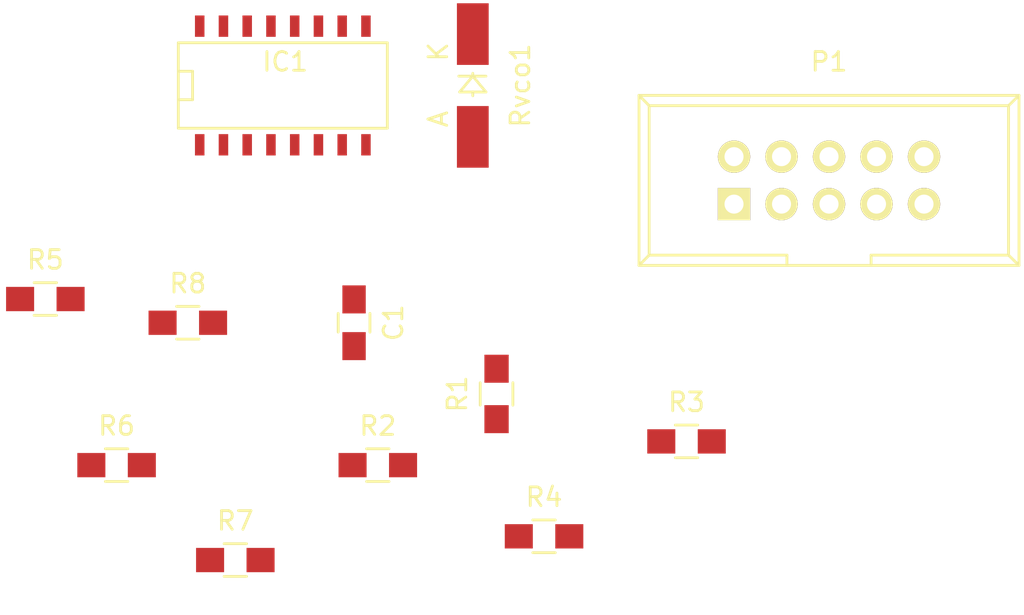
<source format=kicad_pcb>
(kicad_pcb (version 4) (host pcbnew 4.0.2+dfsg1-2~bpo8+1-stable)

  (general
    (links 23)
    (no_connects 23)
    (area 142.638099 92.855 180.825001 109.7886)
    (thickness 1.6)
    (drawings 0)
    (tracks 0)
    (zones 0)
    (modules 12)
    (nets 24)
  )

  (page A4)
  (layers
    (0 F.Cu signal)
    (31 B.Cu signal)
    (32 B.Adhes user)
    (33 F.Adhes user)
    (34 B.Paste user)
    (35 F.Paste user)
    (36 B.SilkS user)
    (37 F.SilkS user)
    (38 B.Mask user)
    (39 F.Mask user)
    (40 Dwgs.User user)
    (41 Cmts.User user)
    (42 Eco1.User user)
    (43 Eco2.User user)
    (44 Edge.Cuts user)
    (45 Margin user)
    (46 B.CrtYd user)
    (47 F.CrtYd user)
    (48 B.Fab user)
    (49 F.Fab user)
  )

  (setup
    (last_trace_width 0.25)
    (trace_clearance 0.2)
    (zone_clearance 0.508)
    (zone_45_only no)
    (trace_min 0.2)
    (segment_width 0.2)
    (edge_width 0.15)
    (via_size 0.6)
    (via_drill 0.4)
    (via_min_size 0.4)
    (via_min_drill 0.3)
    (uvia_size 0.3)
    (uvia_drill 0.1)
    (uvias_allowed no)
    (uvia_min_size 0.2)
    (uvia_min_drill 0.1)
    (pcb_text_width 0.3)
    (pcb_text_size 1.5 1.5)
    (mod_edge_width 0.15)
    (mod_text_size 1 1)
    (mod_text_width 0.15)
    (pad_size 1.524 1.524)
    (pad_drill 0.762)
    (pad_to_mask_clearance 0.2)
    (aux_axis_origin 0 0)
    (visible_elements FFFFFF7F)
    (pcbplotparams
      (layerselection 0x00030_80000001)
      (usegerberextensions false)
      (excludeedgelayer true)
      (linewidth 0.100000)
      (plotframeref false)
      (viasonmask false)
      (mode 1)
      (useauxorigin false)
      (hpglpennumber 1)
      (hpglpenspeed 20)
      (hpglpendiameter 15)
      (hpglpenoverlay 2)
      (psnegative false)
      (psa4output false)
      (plotreference true)
      (plotvalue true)
      (plotinvisibletext false)
      (padsonsilk false)
      (subtractmaskfromsilk false)
      (outputformat 1)
      (mirror false)
      (drillshape 1)
      (scaleselection 1)
      (outputdirectory ""))
  )

  (net 0 "")
  (net 1 +3V3)
  (net 2 GND)
  (net 3 "Net-(IC1-Pad14)")
  (net 4 "Net-(IC1-Pad13)")
  (net 5 "Net-(IC1-Pad12)")
  (net 6 "Net-(IC1-Pad11)")
  (net 7 "Net-(IC1-Pad10)")
  (net 8 "Net-(IC1-Pad9)")
  (net 9 CB)
  (net 10 CA)
  (net 11 OUT)
  (net 12 "Net-(IC1-Pad3)")
  (net 13 "Net-(IC1-Pad2)")
  (net 14 "Net-(IC1-Pad1)")
  (net 15 "Net-(IC1-Pad15)")
  (net 16 "Net-(P1-Pad1)")
  (net 17 "Net-(P1-Pad2)")
  (net 18 "Net-(P1-Pad3)")
  (net 19 "Net-(P1-Pad4)")
  (net 20 "Net-(P1-Pad5)")
  (net 21 "Net-(P1-Pad6)")
  (net 22 "Net-(P1-Pad7)")
  (net 23 "Net-(P1-Pad8)")

  (net_class Default "This is the default net class."
    (clearance 0.2)
    (trace_width 0.25)
    (via_dia 0.6)
    (via_drill 0.4)
    (uvia_dia 0.3)
    (uvia_drill 0.1)
    (add_net +3V3)
    (add_net CA)
    (add_net CB)
    (add_net GND)
    (add_net "Net-(IC1-Pad1)")
    (add_net "Net-(IC1-Pad10)")
    (add_net "Net-(IC1-Pad11)")
    (add_net "Net-(IC1-Pad12)")
    (add_net "Net-(IC1-Pad13)")
    (add_net "Net-(IC1-Pad14)")
    (add_net "Net-(IC1-Pad15)")
    (add_net "Net-(IC1-Pad2)")
    (add_net "Net-(IC1-Pad3)")
    (add_net "Net-(IC1-Pad9)")
    (add_net "Net-(P1-Pad1)")
    (add_net "Net-(P1-Pad2)")
    (add_net "Net-(P1-Pad3)")
    (add_net "Net-(P1-Pad4)")
    (add_net "Net-(P1-Pad5)")
    (add_net "Net-(P1-Pad6)")
    (add_net "Net-(P1-Pad7)")
    (add_net "Net-(P1-Pad8)")
    (add_net OUT)
  )

  (module Capacitors_SMD:C_0805_HandSoldering (layer F.Cu) (tedit 541A9B8D) (tstamp 57AA3345)
    (at 144.78 107.95 270)
    (descr "Capacitor SMD 0805, hand soldering")
    (tags "capacitor 0805")
    (path /57AA223A)
    (attr smd)
    (fp_text reference C1 (at 0 -2.1 270) (layer F.SilkS)
      (effects (font (size 1 1) (thickness 0.15)))
    )
    (fp_text value 100n (at 0 2.1 270) (layer F.Fab)
      (effects (font (size 1 1) (thickness 0.15)))
    )
    (fp_line (start -2.3 -1) (end 2.3 -1) (layer F.CrtYd) (width 0.05))
    (fp_line (start -2.3 1) (end 2.3 1) (layer F.CrtYd) (width 0.05))
    (fp_line (start -2.3 -1) (end -2.3 1) (layer F.CrtYd) (width 0.05))
    (fp_line (start 2.3 -1) (end 2.3 1) (layer F.CrtYd) (width 0.05))
    (fp_line (start 0.5 -0.85) (end -0.5 -0.85) (layer F.SilkS) (width 0.15))
    (fp_line (start -0.5 0.85) (end 0.5 0.85) (layer F.SilkS) (width 0.15))
    (pad 1 smd rect (at -1.25 0 270) (size 1.5 1.25) (layers F.Cu F.Paste F.Mask)
      (net 1 +3V3))
    (pad 2 smd rect (at 1.25 0 270) (size 1.5 1.25) (layers F.Cu F.Paste F.Mask)
      (net 2 GND))
    (model Capacitors_SMD.3dshapes/C_0805_HandSoldering.wrl
      (at (xyz 0 0 0))
      (scale (xyz 1 1 1))
      (rotate (xyz 0 0 0))
    )
  )

  (module SMD_Packages:SO-16-N (layer F.Cu) (tedit 0) (tstamp 57AA3359)
    (at 140.97 95.25)
    (descr "Module CMS SOJ 16 pins large")
    (tags "CMS SOJ")
    (path /57AA269A)
    (attr smd)
    (fp_text reference IC1 (at 0.127 -1.27) (layer F.SilkS)
      (effects (font (size 1 1) (thickness 0.15)))
    )
    (fp_text value 4046 (at 0 1.27) (layer F.Fab)
      (effects (font (size 1 1) (thickness 0.15)))
    )
    (fp_line (start -5.588 -0.762) (end -4.826 -0.762) (layer F.SilkS) (width 0.15))
    (fp_line (start -4.826 -0.762) (end -4.826 0.762) (layer F.SilkS) (width 0.15))
    (fp_line (start -4.826 0.762) (end -5.588 0.762) (layer F.SilkS) (width 0.15))
    (fp_line (start 5.588 -2.286) (end 5.588 2.286) (layer F.SilkS) (width 0.15))
    (fp_line (start 5.588 2.286) (end -5.588 2.286) (layer F.SilkS) (width 0.15))
    (fp_line (start -5.588 2.286) (end -5.588 -2.286) (layer F.SilkS) (width 0.15))
    (fp_line (start -5.588 -2.286) (end 5.588 -2.286) (layer F.SilkS) (width 0.15))
    (pad 16 smd rect (at -4.445 -3.175) (size 0.508 1.143) (layers F.Cu F.Paste F.Mask)
      (net 1 +3V3))
    (pad 14 smd rect (at -1.905 -3.175) (size 0.508 1.143) (layers F.Cu F.Paste F.Mask)
      (net 3 "Net-(IC1-Pad14)"))
    (pad 13 smd rect (at -0.635 -3.175) (size 0.508 1.143) (layers F.Cu F.Paste F.Mask)
      (net 4 "Net-(IC1-Pad13)"))
    (pad 12 smd rect (at 0.635 -3.175) (size 0.508 1.143) (layers F.Cu F.Paste F.Mask)
      (net 5 "Net-(IC1-Pad12)"))
    (pad 11 smd rect (at 1.905 -3.175) (size 0.508 1.143) (layers F.Cu F.Paste F.Mask)
      (net 6 "Net-(IC1-Pad11)"))
    (pad 10 smd rect (at 3.175 -3.175) (size 0.508 1.143) (layers F.Cu F.Paste F.Mask)
      (net 7 "Net-(IC1-Pad10)"))
    (pad 9 smd rect (at 4.445 -3.175) (size 0.508 1.143) (layers F.Cu F.Paste F.Mask)
      (net 8 "Net-(IC1-Pad9)"))
    (pad 8 smd rect (at 4.445 3.175) (size 0.508 1.143) (layers F.Cu F.Paste F.Mask)
      (net 2 GND))
    (pad 7 smd rect (at 3.175 3.175) (size 0.508 1.143) (layers F.Cu F.Paste F.Mask)
      (net 9 CB))
    (pad 6 smd rect (at 1.905 3.175) (size 0.508 1.143) (layers F.Cu F.Paste F.Mask)
      (net 10 CA))
    (pad 5 smd rect (at 0.635 3.175) (size 0.508 1.143) (layers F.Cu F.Paste F.Mask)
      (net 2 GND))
    (pad 4 smd rect (at -0.635 3.175) (size 0.508 1.143) (layers F.Cu F.Paste F.Mask)
      (net 11 OUT))
    (pad 3 smd rect (at -1.905 3.175) (size 0.508 1.143) (layers F.Cu F.Paste F.Mask)
      (net 12 "Net-(IC1-Pad3)"))
    (pad 2 smd rect (at -3.175 3.175) (size 0.508 1.143) (layers F.Cu F.Paste F.Mask)
      (net 13 "Net-(IC1-Pad2)"))
    (pad 1 smd rect (at -4.445 3.175) (size 0.508 1.143) (layers F.Cu F.Paste F.Mask)
      (net 14 "Net-(IC1-Pad1)"))
    (pad 15 smd rect (at -3.175 -3.175) (size 0.508 1.143) (layers F.Cu F.Paste F.Mask)
      (net 15 "Net-(IC1-Pad15)"))
    (model SMD_Packages.3dshapes/SO-16-N.wrl
      (at (xyz 0 0 0))
      (scale (xyz 0.5 0.4 0.5))
      (rotate (xyz 0 0 0))
    )
  )

  (module Connect:IDC_Header_Straight_10pins (layer F.Cu) (tedit 0) (tstamp 57AA3367)
    (at 165.1 101.6)
    (descr "10 pins through hole IDC header")
    (tags "IDC header socket VASCH")
    (path /57AA3BC5)
    (fp_text reference P1 (at 5.08 -7.62) (layer F.SilkS)
      (effects (font (size 1 1) (thickness 0.15)))
    )
    (fp_text value CONN_02X05 (at 5.08 5.223) (layer F.Fab)
      (effects (font (size 1 1) (thickness 0.15)))
    )
    (fp_line (start -5.08 -5.82) (end 15.24 -5.82) (layer F.SilkS) (width 0.15))
    (fp_line (start -4.54 -5.27) (end 14.68 -5.27) (layer F.SilkS) (width 0.15))
    (fp_line (start -5.08 3.28) (end 15.24 3.28) (layer F.SilkS) (width 0.15))
    (fp_line (start -4.54 2.73) (end 2.83 2.73) (layer F.SilkS) (width 0.15))
    (fp_line (start 7.33 2.73) (end 14.68 2.73) (layer F.SilkS) (width 0.15))
    (fp_line (start 2.83 2.73) (end 2.83 3.28) (layer F.SilkS) (width 0.15))
    (fp_line (start 7.33 2.73) (end 7.33 3.28) (layer F.SilkS) (width 0.15))
    (fp_line (start -5.08 -5.82) (end -5.08 3.28) (layer F.SilkS) (width 0.15))
    (fp_line (start -4.54 -5.27) (end -4.54 2.73) (layer F.SilkS) (width 0.15))
    (fp_line (start 15.24 -5.82) (end 15.24 3.28) (layer F.SilkS) (width 0.15))
    (fp_line (start 14.68 -5.27) (end 14.68 2.73) (layer F.SilkS) (width 0.15))
    (fp_line (start -5.08 -5.82) (end -4.54 -5.27) (layer F.SilkS) (width 0.15))
    (fp_line (start 15.24 -5.82) (end 14.68 -5.27) (layer F.SilkS) (width 0.15))
    (fp_line (start -5.08 3.28) (end -4.54 2.73) (layer F.SilkS) (width 0.15))
    (fp_line (start 15.24 3.28) (end 14.68 2.73) (layer F.SilkS) (width 0.15))
    (fp_line (start -5.35 -6.05) (end 15.5 -6.05) (layer F.CrtYd) (width 0.05))
    (fp_line (start 15.5 -6.05) (end 15.5 3.55) (layer F.CrtYd) (width 0.05))
    (fp_line (start 15.5 3.55) (end -5.35 3.55) (layer F.CrtYd) (width 0.05))
    (fp_line (start -5.35 3.55) (end -5.35 -6.05) (layer F.CrtYd) (width 0.05))
    (pad 1 thru_hole rect (at 0 0) (size 1.7272 1.7272) (drill 1.016) (layers *.Cu *.Mask F.SilkS)
      (net 16 "Net-(P1-Pad1)"))
    (pad 2 thru_hole oval (at 0 -2.54) (size 1.7272 1.7272) (drill 1.016) (layers *.Cu *.Mask F.SilkS)
      (net 17 "Net-(P1-Pad2)"))
    (pad 3 thru_hole oval (at 2.54 0) (size 1.7272 1.7272) (drill 1.016) (layers *.Cu *.Mask F.SilkS)
      (net 18 "Net-(P1-Pad3)"))
    (pad 4 thru_hole oval (at 2.54 -2.54) (size 1.7272 1.7272) (drill 1.016) (layers *.Cu *.Mask F.SilkS)
      (net 19 "Net-(P1-Pad4)"))
    (pad 5 thru_hole oval (at 5.08 0) (size 1.7272 1.7272) (drill 1.016) (layers *.Cu *.Mask F.SilkS)
      (net 20 "Net-(P1-Pad5)"))
    (pad 6 thru_hole oval (at 5.08 -2.54) (size 1.7272 1.7272) (drill 1.016) (layers *.Cu *.Mask F.SilkS)
      (net 21 "Net-(P1-Pad6)"))
    (pad 7 thru_hole oval (at 7.62 0) (size 1.7272 1.7272) (drill 1.016) (layers *.Cu *.Mask F.SilkS)
      (net 22 "Net-(P1-Pad7)"))
    (pad 8 thru_hole oval (at 7.62 -2.54) (size 1.7272 1.7272) (drill 1.016) (layers *.Cu *.Mask F.SilkS)
      (net 23 "Net-(P1-Pad8)"))
    (pad 9 thru_hole oval (at 10.16 0) (size 1.7272 1.7272) (drill 1.016) (layers *.Cu *.Mask F.SilkS)
      (net 2 GND))
    (pad 10 thru_hole oval (at 10.16 -2.54) (size 1.7272 1.7272) (drill 1.016) (layers *.Cu *.Mask F.SilkS)
      (net 1 +3V3))
  )

  (module Resistors_SMD:R_0805_HandSoldering (layer F.Cu) (tedit 54189DEE) (tstamp 57AA336D)
    (at 152.4 111.76 90)
    (descr "Resistor SMD 0805, hand soldering")
    (tags "resistor 0805")
    (path /57AA3D48)
    (attr smd)
    (fp_text reference R1 (at 0 -2.1 90) (layer F.SilkS)
      (effects (font (size 1 1) (thickness 0.15)))
    )
    (fp_text value 100R (at 0 2.1 90) (layer F.Fab)
      (effects (font (size 1 1) (thickness 0.15)))
    )
    (fp_line (start -2.4 -1) (end 2.4 -1) (layer F.CrtYd) (width 0.05))
    (fp_line (start -2.4 1) (end 2.4 1) (layer F.CrtYd) (width 0.05))
    (fp_line (start -2.4 -1) (end -2.4 1) (layer F.CrtYd) (width 0.05))
    (fp_line (start 2.4 -1) (end 2.4 1) (layer F.CrtYd) (width 0.05))
    (fp_line (start 0.6 0.875) (end -0.6 0.875) (layer F.SilkS) (width 0.15))
    (fp_line (start -0.6 -0.875) (end 0.6 -0.875) (layer F.SilkS) (width 0.15))
    (pad 1 smd rect (at -1.35 0 90) (size 1.5 1.3) (layers F.Cu F.Paste F.Mask)
      (net 11 OUT))
    (pad 2 smd rect (at 1.35 0 90) (size 1.5 1.3) (layers F.Cu F.Paste F.Mask)
      (net 17 "Net-(P1-Pad2)"))
    (model Resistors_SMD.3dshapes/R_0805_HandSoldering.wrl
      (at (xyz 0 0 0))
      (scale (xyz 1 1 1))
      (rotate (xyz 0 0 0))
    )
  )

  (module Resistors_SMD:R_0805_HandSoldering (layer F.Cu) (tedit 54189DEE) (tstamp 57AA3373)
    (at 146.05 115.57)
    (descr "Resistor SMD 0805, hand soldering")
    (tags "resistor 0805")
    (path /57AA3ED3)
    (attr smd)
    (fp_text reference R2 (at 0 -2.1) (layer F.SilkS)
      (effects (font (size 1 1) (thickness 0.15)))
    )
    (fp_text value 100R (at 0 2.1) (layer F.Fab)
      (effects (font (size 1 1) (thickness 0.15)))
    )
    (fp_line (start -2.4 -1) (end 2.4 -1) (layer F.CrtYd) (width 0.05))
    (fp_line (start -2.4 1) (end 2.4 1) (layer F.CrtYd) (width 0.05))
    (fp_line (start -2.4 -1) (end -2.4 1) (layer F.CrtYd) (width 0.05))
    (fp_line (start 2.4 -1) (end 2.4 1) (layer F.CrtYd) (width 0.05))
    (fp_line (start 0.6 0.875) (end -0.6 0.875) (layer F.SilkS) (width 0.15))
    (fp_line (start -0.6 -0.875) (end 0.6 -0.875) (layer F.SilkS) (width 0.15))
    (pad 1 smd rect (at -1.35 0) (size 1.5 1.3) (layers F.Cu F.Paste F.Mask)
      (net 16 "Net-(P1-Pad1)"))
    (pad 2 smd rect (at 1.35 0) (size 1.5 1.3) (layers F.Cu F.Paste F.Mask)
      (net 11 OUT))
    (model Resistors_SMD.3dshapes/R_0805_HandSoldering.wrl
      (at (xyz 0 0 0))
      (scale (xyz 1 1 1))
      (rotate (xyz 0 0 0))
    )
  )

  (module Resistors_SMD:R_0805_HandSoldering (layer F.Cu) (tedit 54189DEE) (tstamp 57AA3379)
    (at 162.56 114.3)
    (descr "Resistor SMD 0805, hand soldering")
    (tags "resistor 0805")
    (path /57AA3F18)
    (attr smd)
    (fp_text reference R3 (at 0 -2.1) (layer F.SilkS)
      (effects (font (size 1 1) (thickness 0.15)))
    )
    (fp_text value 100R (at 0 2.1) (layer F.Fab)
      (effects (font (size 1 1) (thickness 0.15)))
    )
    (fp_line (start -2.4 -1) (end 2.4 -1) (layer F.CrtYd) (width 0.05))
    (fp_line (start -2.4 1) (end 2.4 1) (layer F.CrtYd) (width 0.05))
    (fp_line (start -2.4 -1) (end -2.4 1) (layer F.CrtYd) (width 0.05))
    (fp_line (start 2.4 -1) (end 2.4 1) (layer F.CrtYd) (width 0.05))
    (fp_line (start 0.6 0.875) (end -0.6 0.875) (layer F.SilkS) (width 0.15))
    (fp_line (start -0.6 -0.875) (end 0.6 -0.875) (layer F.SilkS) (width 0.15))
    (pad 1 smd rect (at -1.35 0) (size 1.5 1.3) (layers F.Cu F.Paste F.Mask)
      (net 18 "Net-(P1-Pad3)"))
    (pad 2 smd rect (at 1.35 0) (size 1.5 1.3) (layers F.Cu F.Paste F.Mask)
      (net 11 OUT))
    (model Resistors_SMD.3dshapes/R_0805_HandSoldering.wrl
      (at (xyz 0 0 0))
      (scale (xyz 1 1 1))
      (rotate (xyz 0 0 0))
    )
  )

  (module Resistors_SMD:R_0805_HandSoldering (layer F.Cu) (tedit 54189DEE) (tstamp 57AA337F)
    (at 154.94 119.38)
    (descr "Resistor SMD 0805, hand soldering")
    (tags "resistor 0805")
    (path /57AA3F68)
    (attr smd)
    (fp_text reference R4 (at 0 -2.1) (layer F.SilkS)
      (effects (font (size 1 1) (thickness 0.15)))
    )
    (fp_text value 100R (at 0 2.1) (layer F.Fab)
      (effects (font (size 1 1) (thickness 0.15)))
    )
    (fp_line (start -2.4 -1) (end 2.4 -1) (layer F.CrtYd) (width 0.05))
    (fp_line (start -2.4 1) (end 2.4 1) (layer F.CrtYd) (width 0.05))
    (fp_line (start -2.4 -1) (end -2.4 1) (layer F.CrtYd) (width 0.05))
    (fp_line (start 2.4 -1) (end 2.4 1) (layer F.CrtYd) (width 0.05))
    (fp_line (start 0.6 0.875) (end -0.6 0.875) (layer F.SilkS) (width 0.15))
    (fp_line (start -0.6 -0.875) (end 0.6 -0.875) (layer F.SilkS) (width 0.15))
    (pad 1 smd rect (at -1.35 0) (size 1.5 1.3) (layers F.Cu F.Paste F.Mask)
      (net 20 "Net-(P1-Pad5)"))
    (pad 2 smd rect (at 1.35 0) (size 1.5 1.3) (layers F.Cu F.Paste F.Mask)
      (net 11 OUT))
    (model Resistors_SMD.3dshapes/R_0805_HandSoldering.wrl
      (at (xyz 0 0 0))
      (scale (xyz 1 1 1))
      (rotate (xyz 0 0 0))
    )
  )

  (module Resistors_SMD:R_0805_HandSoldering (layer F.Cu) (tedit 54189DEE) (tstamp 57AA3385)
    (at 128.27 106.68)
    (descr "Resistor SMD 0805, hand soldering")
    (tags "resistor 0805")
    (path /57AA3FAF)
    (attr smd)
    (fp_text reference R5 (at 0 -2.1) (layer F.SilkS)
      (effects (font (size 1 1) (thickness 0.15)))
    )
    (fp_text value 100R (at 0 2.1) (layer F.Fab)
      (effects (font (size 1 1) (thickness 0.15)))
    )
    (fp_line (start -2.4 -1) (end 2.4 -1) (layer F.CrtYd) (width 0.05))
    (fp_line (start -2.4 1) (end 2.4 1) (layer F.CrtYd) (width 0.05))
    (fp_line (start -2.4 -1) (end -2.4 1) (layer F.CrtYd) (width 0.05))
    (fp_line (start 2.4 -1) (end 2.4 1) (layer F.CrtYd) (width 0.05))
    (fp_line (start 0.6 0.875) (end -0.6 0.875) (layer F.SilkS) (width 0.15))
    (fp_line (start -0.6 -0.875) (end 0.6 -0.875) (layer F.SilkS) (width 0.15))
    (pad 1 smd rect (at -1.35 0) (size 1.5 1.3) (layers F.Cu F.Paste F.Mask)
      (net 22 "Net-(P1-Pad7)"))
    (pad 2 smd rect (at 1.35 0) (size 1.5 1.3) (layers F.Cu F.Paste F.Mask)
      (net 11 OUT))
    (model Resistors_SMD.3dshapes/R_0805_HandSoldering.wrl
      (at (xyz 0 0 0))
      (scale (xyz 1 1 1))
      (rotate (xyz 0 0 0))
    )
  )

  (module Resistors_SMD:R_0805_HandSoldering (layer F.Cu) (tedit 54189DEE) (tstamp 57AA338B)
    (at 132.08 115.57)
    (descr "Resistor SMD 0805, hand soldering")
    (tags "resistor 0805")
    (path /57AA3E27)
    (attr smd)
    (fp_text reference R6 (at 0 -2.1) (layer F.SilkS)
      (effects (font (size 1 1) (thickness 0.15)))
    )
    (fp_text value 100R (at 0 2.1) (layer F.Fab)
      (effects (font (size 1 1) (thickness 0.15)))
    )
    (fp_line (start -2.4 -1) (end 2.4 -1) (layer F.CrtYd) (width 0.05))
    (fp_line (start -2.4 1) (end 2.4 1) (layer F.CrtYd) (width 0.05))
    (fp_line (start -2.4 -1) (end -2.4 1) (layer F.CrtYd) (width 0.05))
    (fp_line (start 2.4 -1) (end 2.4 1) (layer F.CrtYd) (width 0.05))
    (fp_line (start 0.6 0.875) (end -0.6 0.875) (layer F.SilkS) (width 0.15))
    (fp_line (start -0.6 -0.875) (end 0.6 -0.875) (layer F.SilkS) (width 0.15))
    (pad 1 smd rect (at -1.35 0) (size 1.5 1.3) (layers F.Cu F.Paste F.Mask)
      (net 11 OUT))
    (pad 2 smd rect (at 1.35 0) (size 1.5 1.3) (layers F.Cu F.Paste F.Mask)
      (net 19 "Net-(P1-Pad4)"))
    (model Resistors_SMD.3dshapes/R_0805_HandSoldering.wrl
      (at (xyz 0 0 0))
      (scale (xyz 1 1 1))
      (rotate (xyz 0 0 0))
    )
  )

  (module Resistors_SMD:R_0805_HandSoldering (layer F.Cu) (tedit 54189DEE) (tstamp 57AA3391)
    (at 138.43 120.65)
    (descr "Resistor SMD 0805, hand soldering")
    (tags "resistor 0805")
    (path /57AA3E6B)
    (attr smd)
    (fp_text reference R7 (at 0 -2.1) (layer F.SilkS)
      (effects (font (size 1 1) (thickness 0.15)))
    )
    (fp_text value 100R (at 0 2.1) (layer F.Fab)
      (effects (font (size 1 1) (thickness 0.15)))
    )
    (fp_line (start -2.4 -1) (end 2.4 -1) (layer F.CrtYd) (width 0.05))
    (fp_line (start -2.4 1) (end 2.4 1) (layer F.CrtYd) (width 0.05))
    (fp_line (start -2.4 -1) (end -2.4 1) (layer F.CrtYd) (width 0.05))
    (fp_line (start 2.4 -1) (end 2.4 1) (layer F.CrtYd) (width 0.05))
    (fp_line (start 0.6 0.875) (end -0.6 0.875) (layer F.SilkS) (width 0.15))
    (fp_line (start -0.6 -0.875) (end 0.6 -0.875) (layer F.SilkS) (width 0.15))
    (pad 1 smd rect (at -1.35 0) (size 1.5 1.3) (layers F.Cu F.Paste F.Mask)
      (net 11 OUT))
    (pad 2 smd rect (at 1.35 0) (size 1.5 1.3) (layers F.Cu F.Paste F.Mask)
      (net 21 "Net-(P1-Pad6)"))
    (model Resistors_SMD.3dshapes/R_0805_HandSoldering.wrl
      (at (xyz 0 0 0))
      (scale (xyz 1 1 1))
      (rotate (xyz 0 0 0))
    )
  )

  (module Resistors_SMD:R_0805_HandSoldering (layer F.Cu) (tedit 54189DEE) (tstamp 57AA3397)
    (at 135.89 107.95)
    (descr "Resistor SMD 0805, hand soldering")
    (tags "resistor 0805")
    (path /57AA3E9B)
    (attr smd)
    (fp_text reference R8 (at 0 -2.1) (layer F.SilkS)
      (effects (font (size 1 1) (thickness 0.15)))
    )
    (fp_text value 100R (at 0 2.1) (layer F.Fab)
      (effects (font (size 1 1) (thickness 0.15)))
    )
    (fp_line (start -2.4 -1) (end 2.4 -1) (layer F.CrtYd) (width 0.05))
    (fp_line (start -2.4 1) (end 2.4 1) (layer F.CrtYd) (width 0.05))
    (fp_line (start -2.4 -1) (end -2.4 1) (layer F.CrtYd) (width 0.05))
    (fp_line (start 2.4 -1) (end 2.4 1) (layer F.CrtYd) (width 0.05))
    (fp_line (start 0.6 0.875) (end -0.6 0.875) (layer F.SilkS) (width 0.15))
    (fp_line (start -0.6 -0.875) (end 0.6 -0.875) (layer F.SilkS) (width 0.15))
    (pad 1 smd rect (at -1.35 0) (size 1.5 1.3) (layers F.Cu F.Paste F.Mask)
      (net 11 OUT))
    (pad 2 smd rect (at 1.35 0) (size 1.5 1.3) (layers F.Cu F.Paste F.Mask)
      (net 23 "Net-(P1-Pad8)"))
    (model Resistors_SMD.3dshapes/R_0805_HandSoldering.wrl
      (at (xyz 0 0 0))
      (scale (xyz 1 1 1))
      (rotate (xyz 0 0 0))
    )
  )

  (module Diodes_SMD:MiniMELF_Handsoldering (layer F.Cu) (tedit 5530FDE5) (tstamp 57AA339D)
    (at 151.13 95.25 270)
    (descr "Diode Mini-MELF Handsoldering")
    (tags "Diode Mini-MELF Handsoldering")
    (path /57AA2285)
    (attr smd)
    (fp_text reference Rvco1 (at 0 -2.54 270) (layer F.SilkS)
      (effects (font (size 1 1) (thickness 0.15)))
    )
    (fp_text value 220K (at 0 3.81 270) (layer F.Fab)
      (effects (font (size 1 1) (thickness 0.15)))
    )
    (fp_line (start -4.55 -1) (end 4.55 -1) (layer F.CrtYd) (width 0.05))
    (fp_line (start 4.55 -1) (end 4.55 1) (layer F.CrtYd) (width 0.05))
    (fp_line (start 4.55 1) (end -4.55 1) (layer F.CrtYd) (width 0.05))
    (fp_line (start -4.55 1) (end -4.55 -1) (layer F.CrtYd) (width 0.05))
    (fp_line (start -0.49958 0) (end -0.64944 0) (layer F.SilkS) (width 0.15))
    (fp_line (start 0.34878 0) (end 0.54944 0) (layer F.SilkS) (width 0.15))
    (fp_line (start -0.49958 0) (end -0.49958 0.7493) (layer F.SilkS) (width 0.15))
    (fp_line (start -0.49958 0) (end -0.49958 -0.70104) (layer F.SilkS) (width 0.15))
    (fp_line (start -0.49958 0) (end 0.34878 -0.70104) (layer F.SilkS) (width 0.15))
    (fp_line (start 0.34878 -0.70104) (end 0.34878 0.70104) (layer F.SilkS) (width 0.15))
    (fp_line (start 0.34878 0.70104) (end -0.49958 0) (layer F.SilkS) (width 0.15))
    (fp_text user K (at -1.8 1.85 270) (layer F.SilkS)
      (effects (font (size 1 1) (thickness 0.15)))
    )
    (fp_text user A (at 1.8 1.85 270) (layer F.SilkS)
      (effects (font (size 1 1) (thickness 0.15)))
    )
    (pad 1 smd rect (at -2.75082 0 270) (size 3.29946 1.69926) (layers F.Cu F.Paste F.Mask)
      (net 5 "Net-(IC1-Pad12)"))
    (pad 2 smd rect (at 2.75082 0 270) (size 3.29946 1.69926) (layers F.Cu F.Paste F.Mask)
      (net 2 GND))
    (model Diodes_SMD.3dshapes/MiniMELF_Handsoldering.wrl
      (at (xyz 0 0 0))
      (scale (xyz 0.3937 0.3937 0.3937))
      (rotate (xyz 0 0 180))
    )
  )

)

</source>
